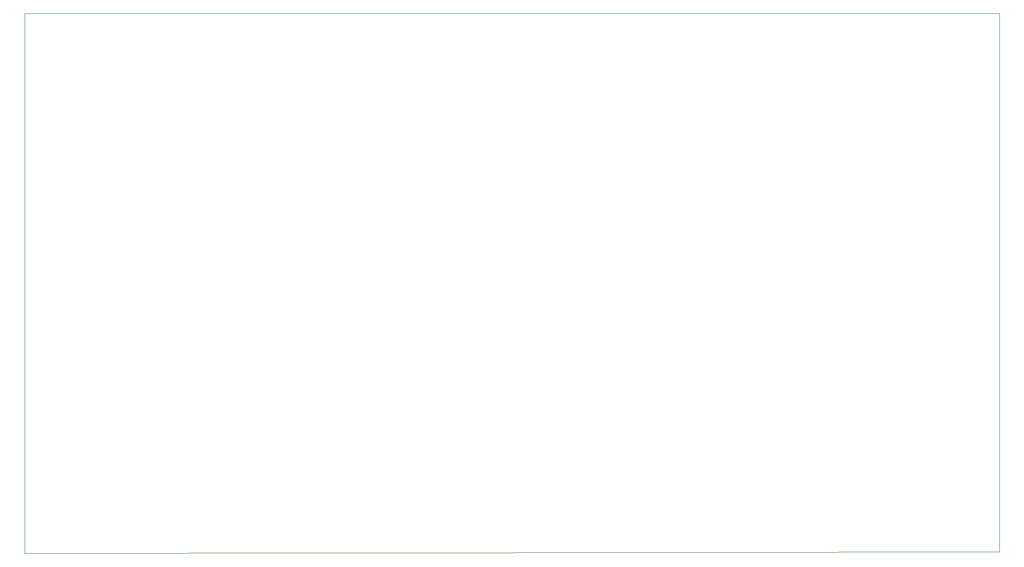
<source format=gbr>
%TF.GenerationSoftware,KiCad,Pcbnew,7.0.2*%
%TF.CreationDate,2023-06-13T00:04:42+03:00*%
%TF.ProjectId,Push_Pull,50757368-5f50-4756-9c6c-2e6b69636164,rev?*%
%TF.SameCoordinates,Original*%
%TF.FileFunction,Profile,NP*%
%FSLAX46Y46*%
G04 Gerber Fmt 4.6, Leading zero omitted, Abs format (unit mm)*
G04 Created by KiCad (PCBNEW 7.0.2) date 2023-06-13 00:04:42*
%MOMM*%
%LPD*%
G01*
G04 APERTURE LIST*
%TA.AperFunction,Profile*%
%ADD10C,0.100000*%
%TD*%
G04 APERTURE END LIST*
D10*
X271907000Y-121412000D02*
X271907000Y-28829000D01*
X104521000Y-121666000D02*
X271907000Y-121412000D01*
X271907000Y-28829000D02*
X104521000Y-28829000D01*
X104521000Y-28829000D02*
X104521000Y-121666000D01*
M02*

</source>
